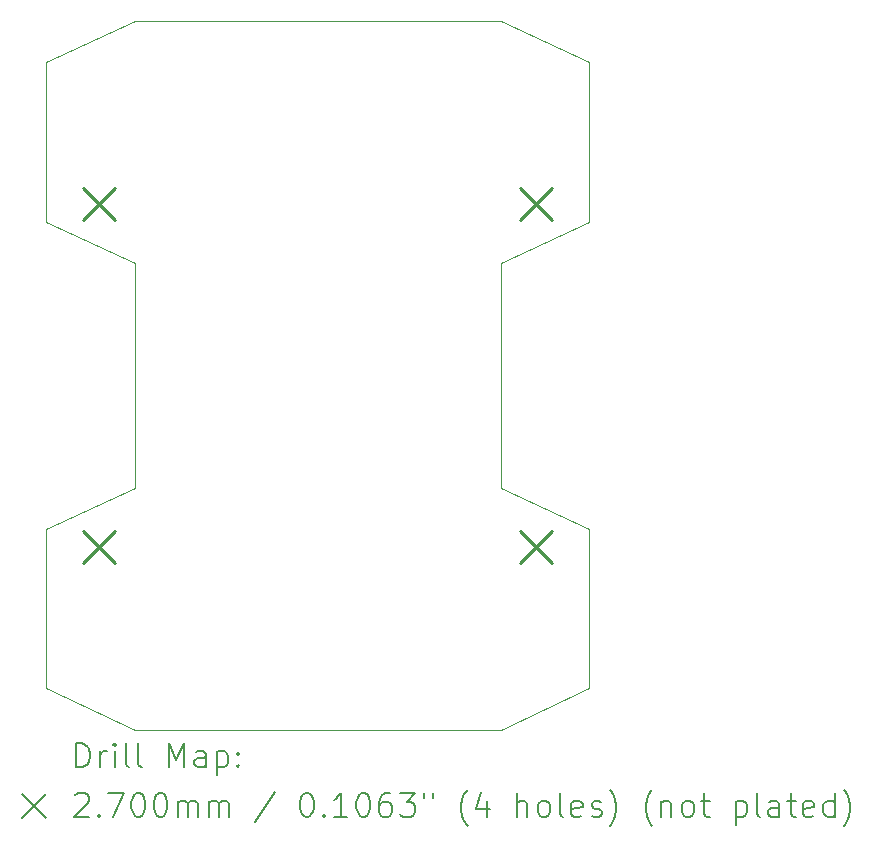
<source format=gbr>
%TF.GenerationSoftware,KiCad,Pcbnew,7.0.8*%
%TF.CreationDate,2024-02-21T14:18:44-03:00*%
%TF.ProjectId,Drone PCB,44726f6e-6520-4504-9342-2e6b69636164,1.0*%
%TF.SameCoordinates,Original*%
%TF.FileFunction,Drillmap*%
%TF.FilePolarity,Positive*%
%FSLAX45Y45*%
G04 Gerber Fmt 4.5, Leading zero omitted, Abs format (unit mm)*
G04 Created by KiCad (PCBNEW 7.0.8) date 2024-02-21 14:18:44*
%MOMM*%
%LPD*%
G01*
G04 APERTURE LIST*
%ADD10C,0.100000*%
%ADD11C,0.200000*%
%ADD12C,0.270000*%
G04 APERTURE END LIST*
D10*
X17056300Y-7050700D02*
X17056300Y-8400700D01*
X12456300Y-7050700D02*
X13206300Y-6700700D01*
X16306300Y-10650700D02*
X17056300Y-11000700D01*
X13206300Y-8750700D02*
X12456300Y-8400700D01*
X17056300Y-7050700D02*
X16306300Y-6700700D01*
X16306300Y-8750700D02*
X17056300Y-8400700D01*
X17056300Y-12350700D02*
X16306300Y-12700700D01*
X17056300Y-11000700D02*
X17056300Y-12350700D01*
X16306300Y-8750700D02*
X16306300Y-10650700D01*
X13206300Y-12700700D02*
X16306300Y-12700700D01*
X13206300Y-10650700D02*
X12456300Y-11000700D01*
X12456300Y-7050700D02*
X12456300Y-8400700D01*
X12456300Y-11000700D02*
X12456300Y-12350700D01*
X12456300Y-12350700D02*
X13206300Y-12700700D01*
X13206300Y-6700700D02*
X16306300Y-6700700D01*
X13206300Y-8750700D02*
X13206300Y-10650700D01*
D11*
D12*
X12771300Y-8115700D02*
X13041300Y-8385700D01*
X13041300Y-8115700D02*
X12771300Y-8385700D01*
X12771300Y-11015700D02*
X13041300Y-11285700D01*
X13041300Y-11015700D02*
X12771300Y-11285700D01*
X16471300Y-8115700D02*
X16741300Y-8385700D01*
X16741300Y-8115700D02*
X16471300Y-8385700D01*
X16471300Y-11015700D02*
X16741300Y-11285700D01*
X16741300Y-11015700D02*
X16471300Y-11285700D01*
D11*
X12712077Y-13017184D02*
X12712077Y-12817184D01*
X12712077Y-12817184D02*
X12759696Y-12817184D01*
X12759696Y-12817184D02*
X12788267Y-12826708D01*
X12788267Y-12826708D02*
X12807315Y-12845755D01*
X12807315Y-12845755D02*
X12816839Y-12864803D01*
X12816839Y-12864803D02*
X12826362Y-12902898D01*
X12826362Y-12902898D02*
X12826362Y-12931469D01*
X12826362Y-12931469D02*
X12816839Y-12969565D01*
X12816839Y-12969565D02*
X12807315Y-12988612D01*
X12807315Y-12988612D02*
X12788267Y-13007660D01*
X12788267Y-13007660D02*
X12759696Y-13017184D01*
X12759696Y-13017184D02*
X12712077Y-13017184D01*
X12912077Y-13017184D02*
X12912077Y-12883850D01*
X12912077Y-12921946D02*
X12921601Y-12902898D01*
X12921601Y-12902898D02*
X12931124Y-12893374D01*
X12931124Y-12893374D02*
X12950172Y-12883850D01*
X12950172Y-12883850D02*
X12969220Y-12883850D01*
X13035886Y-13017184D02*
X13035886Y-12883850D01*
X13035886Y-12817184D02*
X13026362Y-12826708D01*
X13026362Y-12826708D02*
X13035886Y-12836231D01*
X13035886Y-12836231D02*
X13045410Y-12826708D01*
X13045410Y-12826708D02*
X13035886Y-12817184D01*
X13035886Y-12817184D02*
X13035886Y-12836231D01*
X13159696Y-13017184D02*
X13140648Y-13007660D01*
X13140648Y-13007660D02*
X13131124Y-12988612D01*
X13131124Y-12988612D02*
X13131124Y-12817184D01*
X13264458Y-13017184D02*
X13245410Y-13007660D01*
X13245410Y-13007660D02*
X13235886Y-12988612D01*
X13235886Y-12988612D02*
X13235886Y-12817184D01*
X13493029Y-13017184D02*
X13493029Y-12817184D01*
X13493029Y-12817184D02*
X13559696Y-12960041D01*
X13559696Y-12960041D02*
X13626362Y-12817184D01*
X13626362Y-12817184D02*
X13626362Y-13017184D01*
X13807315Y-13017184D02*
X13807315Y-12912422D01*
X13807315Y-12912422D02*
X13797791Y-12893374D01*
X13797791Y-12893374D02*
X13778743Y-12883850D01*
X13778743Y-12883850D02*
X13740648Y-12883850D01*
X13740648Y-12883850D02*
X13721601Y-12893374D01*
X13807315Y-13007660D02*
X13788267Y-13017184D01*
X13788267Y-13017184D02*
X13740648Y-13017184D01*
X13740648Y-13017184D02*
X13721601Y-13007660D01*
X13721601Y-13007660D02*
X13712077Y-12988612D01*
X13712077Y-12988612D02*
X13712077Y-12969565D01*
X13712077Y-12969565D02*
X13721601Y-12950517D01*
X13721601Y-12950517D02*
X13740648Y-12940993D01*
X13740648Y-12940993D02*
X13788267Y-12940993D01*
X13788267Y-12940993D02*
X13807315Y-12931469D01*
X13902553Y-12883850D02*
X13902553Y-13083850D01*
X13902553Y-12893374D02*
X13921601Y-12883850D01*
X13921601Y-12883850D02*
X13959696Y-12883850D01*
X13959696Y-12883850D02*
X13978743Y-12893374D01*
X13978743Y-12893374D02*
X13988267Y-12902898D01*
X13988267Y-12902898D02*
X13997791Y-12921946D01*
X13997791Y-12921946D02*
X13997791Y-12979088D01*
X13997791Y-12979088D02*
X13988267Y-12998136D01*
X13988267Y-12998136D02*
X13978743Y-13007660D01*
X13978743Y-13007660D02*
X13959696Y-13017184D01*
X13959696Y-13017184D02*
X13921601Y-13017184D01*
X13921601Y-13017184D02*
X13902553Y-13007660D01*
X14083505Y-12998136D02*
X14093029Y-13007660D01*
X14093029Y-13007660D02*
X14083505Y-13017184D01*
X14083505Y-13017184D02*
X14073982Y-13007660D01*
X14073982Y-13007660D02*
X14083505Y-12998136D01*
X14083505Y-12998136D02*
X14083505Y-13017184D01*
X14083505Y-12893374D02*
X14093029Y-12902898D01*
X14093029Y-12902898D02*
X14083505Y-12912422D01*
X14083505Y-12912422D02*
X14073982Y-12902898D01*
X14073982Y-12902898D02*
X14083505Y-12893374D01*
X14083505Y-12893374D02*
X14083505Y-12912422D01*
X12251300Y-13245700D02*
X12451300Y-13445700D01*
X12451300Y-13245700D02*
X12251300Y-13445700D01*
X12702553Y-13256231D02*
X12712077Y-13246708D01*
X12712077Y-13246708D02*
X12731124Y-13237184D01*
X12731124Y-13237184D02*
X12778743Y-13237184D01*
X12778743Y-13237184D02*
X12797791Y-13246708D01*
X12797791Y-13246708D02*
X12807315Y-13256231D01*
X12807315Y-13256231D02*
X12816839Y-13275279D01*
X12816839Y-13275279D02*
X12816839Y-13294327D01*
X12816839Y-13294327D02*
X12807315Y-13322898D01*
X12807315Y-13322898D02*
X12693029Y-13437184D01*
X12693029Y-13437184D02*
X12816839Y-13437184D01*
X12902553Y-13418136D02*
X12912077Y-13427660D01*
X12912077Y-13427660D02*
X12902553Y-13437184D01*
X12902553Y-13437184D02*
X12893029Y-13427660D01*
X12893029Y-13427660D02*
X12902553Y-13418136D01*
X12902553Y-13418136D02*
X12902553Y-13437184D01*
X12978743Y-13237184D02*
X13112077Y-13237184D01*
X13112077Y-13237184D02*
X13026362Y-13437184D01*
X13226362Y-13237184D02*
X13245410Y-13237184D01*
X13245410Y-13237184D02*
X13264458Y-13246708D01*
X13264458Y-13246708D02*
X13273982Y-13256231D01*
X13273982Y-13256231D02*
X13283505Y-13275279D01*
X13283505Y-13275279D02*
X13293029Y-13313374D01*
X13293029Y-13313374D02*
X13293029Y-13360993D01*
X13293029Y-13360993D02*
X13283505Y-13399088D01*
X13283505Y-13399088D02*
X13273982Y-13418136D01*
X13273982Y-13418136D02*
X13264458Y-13427660D01*
X13264458Y-13427660D02*
X13245410Y-13437184D01*
X13245410Y-13437184D02*
X13226362Y-13437184D01*
X13226362Y-13437184D02*
X13207315Y-13427660D01*
X13207315Y-13427660D02*
X13197791Y-13418136D01*
X13197791Y-13418136D02*
X13188267Y-13399088D01*
X13188267Y-13399088D02*
X13178743Y-13360993D01*
X13178743Y-13360993D02*
X13178743Y-13313374D01*
X13178743Y-13313374D02*
X13188267Y-13275279D01*
X13188267Y-13275279D02*
X13197791Y-13256231D01*
X13197791Y-13256231D02*
X13207315Y-13246708D01*
X13207315Y-13246708D02*
X13226362Y-13237184D01*
X13416839Y-13237184D02*
X13435886Y-13237184D01*
X13435886Y-13237184D02*
X13454934Y-13246708D01*
X13454934Y-13246708D02*
X13464458Y-13256231D01*
X13464458Y-13256231D02*
X13473982Y-13275279D01*
X13473982Y-13275279D02*
X13483505Y-13313374D01*
X13483505Y-13313374D02*
X13483505Y-13360993D01*
X13483505Y-13360993D02*
X13473982Y-13399088D01*
X13473982Y-13399088D02*
X13464458Y-13418136D01*
X13464458Y-13418136D02*
X13454934Y-13427660D01*
X13454934Y-13427660D02*
X13435886Y-13437184D01*
X13435886Y-13437184D02*
X13416839Y-13437184D01*
X13416839Y-13437184D02*
X13397791Y-13427660D01*
X13397791Y-13427660D02*
X13388267Y-13418136D01*
X13388267Y-13418136D02*
X13378743Y-13399088D01*
X13378743Y-13399088D02*
X13369220Y-13360993D01*
X13369220Y-13360993D02*
X13369220Y-13313374D01*
X13369220Y-13313374D02*
X13378743Y-13275279D01*
X13378743Y-13275279D02*
X13388267Y-13256231D01*
X13388267Y-13256231D02*
X13397791Y-13246708D01*
X13397791Y-13246708D02*
X13416839Y-13237184D01*
X13569220Y-13437184D02*
X13569220Y-13303850D01*
X13569220Y-13322898D02*
X13578743Y-13313374D01*
X13578743Y-13313374D02*
X13597791Y-13303850D01*
X13597791Y-13303850D02*
X13626363Y-13303850D01*
X13626363Y-13303850D02*
X13645410Y-13313374D01*
X13645410Y-13313374D02*
X13654934Y-13332422D01*
X13654934Y-13332422D02*
X13654934Y-13437184D01*
X13654934Y-13332422D02*
X13664458Y-13313374D01*
X13664458Y-13313374D02*
X13683505Y-13303850D01*
X13683505Y-13303850D02*
X13712077Y-13303850D01*
X13712077Y-13303850D02*
X13731124Y-13313374D01*
X13731124Y-13313374D02*
X13740648Y-13332422D01*
X13740648Y-13332422D02*
X13740648Y-13437184D01*
X13835886Y-13437184D02*
X13835886Y-13303850D01*
X13835886Y-13322898D02*
X13845410Y-13313374D01*
X13845410Y-13313374D02*
X13864458Y-13303850D01*
X13864458Y-13303850D02*
X13893029Y-13303850D01*
X13893029Y-13303850D02*
X13912077Y-13313374D01*
X13912077Y-13313374D02*
X13921601Y-13332422D01*
X13921601Y-13332422D02*
X13921601Y-13437184D01*
X13921601Y-13332422D02*
X13931124Y-13313374D01*
X13931124Y-13313374D02*
X13950172Y-13303850D01*
X13950172Y-13303850D02*
X13978743Y-13303850D01*
X13978743Y-13303850D02*
X13997791Y-13313374D01*
X13997791Y-13313374D02*
X14007315Y-13332422D01*
X14007315Y-13332422D02*
X14007315Y-13437184D01*
X14397791Y-13227660D02*
X14226363Y-13484803D01*
X14654934Y-13237184D02*
X14673982Y-13237184D01*
X14673982Y-13237184D02*
X14693029Y-13246708D01*
X14693029Y-13246708D02*
X14702553Y-13256231D01*
X14702553Y-13256231D02*
X14712077Y-13275279D01*
X14712077Y-13275279D02*
X14721601Y-13313374D01*
X14721601Y-13313374D02*
X14721601Y-13360993D01*
X14721601Y-13360993D02*
X14712077Y-13399088D01*
X14712077Y-13399088D02*
X14702553Y-13418136D01*
X14702553Y-13418136D02*
X14693029Y-13427660D01*
X14693029Y-13427660D02*
X14673982Y-13437184D01*
X14673982Y-13437184D02*
X14654934Y-13437184D01*
X14654934Y-13437184D02*
X14635886Y-13427660D01*
X14635886Y-13427660D02*
X14626363Y-13418136D01*
X14626363Y-13418136D02*
X14616839Y-13399088D01*
X14616839Y-13399088D02*
X14607315Y-13360993D01*
X14607315Y-13360993D02*
X14607315Y-13313374D01*
X14607315Y-13313374D02*
X14616839Y-13275279D01*
X14616839Y-13275279D02*
X14626363Y-13256231D01*
X14626363Y-13256231D02*
X14635886Y-13246708D01*
X14635886Y-13246708D02*
X14654934Y-13237184D01*
X14807315Y-13418136D02*
X14816839Y-13427660D01*
X14816839Y-13427660D02*
X14807315Y-13437184D01*
X14807315Y-13437184D02*
X14797791Y-13427660D01*
X14797791Y-13427660D02*
X14807315Y-13418136D01*
X14807315Y-13418136D02*
X14807315Y-13437184D01*
X15007315Y-13437184D02*
X14893029Y-13437184D01*
X14950172Y-13437184D02*
X14950172Y-13237184D01*
X14950172Y-13237184D02*
X14931125Y-13265755D01*
X14931125Y-13265755D02*
X14912077Y-13284803D01*
X14912077Y-13284803D02*
X14893029Y-13294327D01*
X15131125Y-13237184D02*
X15150172Y-13237184D01*
X15150172Y-13237184D02*
X15169220Y-13246708D01*
X15169220Y-13246708D02*
X15178744Y-13256231D01*
X15178744Y-13256231D02*
X15188267Y-13275279D01*
X15188267Y-13275279D02*
X15197791Y-13313374D01*
X15197791Y-13313374D02*
X15197791Y-13360993D01*
X15197791Y-13360993D02*
X15188267Y-13399088D01*
X15188267Y-13399088D02*
X15178744Y-13418136D01*
X15178744Y-13418136D02*
X15169220Y-13427660D01*
X15169220Y-13427660D02*
X15150172Y-13437184D01*
X15150172Y-13437184D02*
X15131125Y-13437184D01*
X15131125Y-13437184D02*
X15112077Y-13427660D01*
X15112077Y-13427660D02*
X15102553Y-13418136D01*
X15102553Y-13418136D02*
X15093029Y-13399088D01*
X15093029Y-13399088D02*
X15083506Y-13360993D01*
X15083506Y-13360993D02*
X15083506Y-13313374D01*
X15083506Y-13313374D02*
X15093029Y-13275279D01*
X15093029Y-13275279D02*
X15102553Y-13256231D01*
X15102553Y-13256231D02*
X15112077Y-13246708D01*
X15112077Y-13246708D02*
X15131125Y-13237184D01*
X15369220Y-13237184D02*
X15331125Y-13237184D01*
X15331125Y-13237184D02*
X15312077Y-13246708D01*
X15312077Y-13246708D02*
X15302553Y-13256231D01*
X15302553Y-13256231D02*
X15283506Y-13284803D01*
X15283506Y-13284803D02*
X15273982Y-13322898D01*
X15273982Y-13322898D02*
X15273982Y-13399088D01*
X15273982Y-13399088D02*
X15283506Y-13418136D01*
X15283506Y-13418136D02*
X15293029Y-13427660D01*
X15293029Y-13427660D02*
X15312077Y-13437184D01*
X15312077Y-13437184D02*
X15350172Y-13437184D01*
X15350172Y-13437184D02*
X15369220Y-13427660D01*
X15369220Y-13427660D02*
X15378744Y-13418136D01*
X15378744Y-13418136D02*
X15388267Y-13399088D01*
X15388267Y-13399088D02*
X15388267Y-13351469D01*
X15388267Y-13351469D02*
X15378744Y-13332422D01*
X15378744Y-13332422D02*
X15369220Y-13322898D01*
X15369220Y-13322898D02*
X15350172Y-13313374D01*
X15350172Y-13313374D02*
X15312077Y-13313374D01*
X15312077Y-13313374D02*
X15293029Y-13322898D01*
X15293029Y-13322898D02*
X15283506Y-13332422D01*
X15283506Y-13332422D02*
X15273982Y-13351469D01*
X15454934Y-13237184D02*
X15578744Y-13237184D01*
X15578744Y-13237184D02*
X15512077Y-13313374D01*
X15512077Y-13313374D02*
X15540648Y-13313374D01*
X15540648Y-13313374D02*
X15559696Y-13322898D01*
X15559696Y-13322898D02*
X15569220Y-13332422D01*
X15569220Y-13332422D02*
X15578744Y-13351469D01*
X15578744Y-13351469D02*
X15578744Y-13399088D01*
X15578744Y-13399088D02*
X15569220Y-13418136D01*
X15569220Y-13418136D02*
X15559696Y-13427660D01*
X15559696Y-13427660D02*
X15540648Y-13437184D01*
X15540648Y-13437184D02*
X15483506Y-13437184D01*
X15483506Y-13437184D02*
X15464458Y-13427660D01*
X15464458Y-13427660D02*
X15454934Y-13418136D01*
X15654934Y-13237184D02*
X15654934Y-13275279D01*
X15731125Y-13237184D02*
X15731125Y-13275279D01*
X16026363Y-13513374D02*
X16016839Y-13503850D01*
X16016839Y-13503850D02*
X15997791Y-13475279D01*
X15997791Y-13475279D02*
X15988268Y-13456231D01*
X15988268Y-13456231D02*
X15978744Y-13427660D01*
X15978744Y-13427660D02*
X15969220Y-13380041D01*
X15969220Y-13380041D02*
X15969220Y-13341946D01*
X15969220Y-13341946D02*
X15978744Y-13294327D01*
X15978744Y-13294327D02*
X15988268Y-13265755D01*
X15988268Y-13265755D02*
X15997791Y-13246708D01*
X15997791Y-13246708D02*
X16016839Y-13218136D01*
X16016839Y-13218136D02*
X16026363Y-13208612D01*
X16188268Y-13303850D02*
X16188268Y-13437184D01*
X16140648Y-13227660D02*
X16093029Y-13370517D01*
X16093029Y-13370517D02*
X16216839Y-13370517D01*
X16445410Y-13437184D02*
X16445410Y-13237184D01*
X16531125Y-13437184D02*
X16531125Y-13332422D01*
X16531125Y-13332422D02*
X16521601Y-13313374D01*
X16521601Y-13313374D02*
X16502553Y-13303850D01*
X16502553Y-13303850D02*
X16473982Y-13303850D01*
X16473982Y-13303850D02*
X16454934Y-13313374D01*
X16454934Y-13313374D02*
X16445410Y-13322898D01*
X16654934Y-13437184D02*
X16635887Y-13427660D01*
X16635887Y-13427660D02*
X16626363Y-13418136D01*
X16626363Y-13418136D02*
X16616839Y-13399088D01*
X16616839Y-13399088D02*
X16616839Y-13341946D01*
X16616839Y-13341946D02*
X16626363Y-13322898D01*
X16626363Y-13322898D02*
X16635887Y-13313374D01*
X16635887Y-13313374D02*
X16654934Y-13303850D01*
X16654934Y-13303850D02*
X16683506Y-13303850D01*
X16683506Y-13303850D02*
X16702553Y-13313374D01*
X16702553Y-13313374D02*
X16712077Y-13322898D01*
X16712077Y-13322898D02*
X16721601Y-13341946D01*
X16721601Y-13341946D02*
X16721601Y-13399088D01*
X16721601Y-13399088D02*
X16712077Y-13418136D01*
X16712077Y-13418136D02*
X16702553Y-13427660D01*
X16702553Y-13427660D02*
X16683506Y-13437184D01*
X16683506Y-13437184D02*
X16654934Y-13437184D01*
X16835887Y-13437184D02*
X16816839Y-13427660D01*
X16816839Y-13427660D02*
X16807315Y-13408612D01*
X16807315Y-13408612D02*
X16807315Y-13237184D01*
X16988268Y-13427660D02*
X16969220Y-13437184D01*
X16969220Y-13437184D02*
X16931125Y-13437184D01*
X16931125Y-13437184D02*
X16912077Y-13427660D01*
X16912077Y-13427660D02*
X16902553Y-13408612D01*
X16902553Y-13408612D02*
X16902553Y-13332422D01*
X16902553Y-13332422D02*
X16912077Y-13313374D01*
X16912077Y-13313374D02*
X16931125Y-13303850D01*
X16931125Y-13303850D02*
X16969220Y-13303850D01*
X16969220Y-13303850D02*
X16988268Y-13313374D01*
X16988268Y-13313374D02*
X16997792Y-13332422D01*
X16997792Y-13332422D02*
X16997792Y-13351469D01*
X16997792Y-13351469D02*
X16902553Y-13370517D01*
X17073982Y-13427660D02*
X17093030Y-13437184D01*
X17093030Y-13437184D02*
X17131125Y-13437184D01*
X17131125Y-13437184D02*
X17150173Y-13427660D01*
X17150173Y-13427660D02*
X17159696Y-13408612D01*
X17159696Y-13408612D02*
X17159696Y-13399088D01*
X17159696Y-13399088D02*
X17150173Y-13380041D01*
X17150173Y-13380041D02*
X17131125Y-13370517D01*
X17131125Y-13370517D02*
X17102553Y-13370517D01*
X17102553Y-13370517D02*
X17083506Y-13360993D01*
X17083506Y-13360993D02*
X17073982Y-13341946D01*
X17073982Y-13341946D02*
X17073982Y-13332422D01*
X17073982Y-13332422D02*
X17083506Y-13313374D01*
X17083506Y-13313374D02*
X17102553Y-13303850D01*
X17102553Y-13303850D02*
X17131125Y-13303850D01*
X17131125Y-13303850D02*
X17150173Y-13313374D01*
X17226363Y-13513374D02*
X17235887Y-13503850D01*
X17235887Y-13503850D02*
X17254934Y-13475279D01*
X17254934Y-13475279D02*
X17264458Y-13456231D01*
X17264458Y-13456231D02*
X17273982Y-13427660D01*
X17273982Y-13427660D02*
X17283506Y-13380041D01*
X17283506Y-13380041D02*
X17283506Y-13341946D01*
X17283506Y-13341946D02*
X17273982Y-13294327D01*
X17273982Y-13294327D02*
X17264458Y-13265755D01*
X17264458Y-13265755D02*
X17254934Y-13246708D01*
X17254934Y-13246708D02*
X17235887Y-13218136D01*
X17235887Y-13218136D02*
X17226363Y-13208612D01*
X17588268Y-13513374D02*
X17578744Y-13503850D01*
X17578744Y-13503850D02*
X17559696Y-13475279D01*
X17559696Y-13475279D02*
X17550173Y-13456231D01*
X17550173Y-13456231D02*
X17540649Y-13427660D01*
X17540649Y-13427660D02*
X17531125Y-13380041D01*
X17531125Y-13380041D02*
X17531125Y-13341946D01*
X17531125Y-13341946D02*
X17540649Y-13294327D01*
X17540649Y-13294327D02*
X17550173Y-13265755D01*
X17550173Y-13265755D02*
X17559696Y-13246708D01*
X17559696Y-13246708D02*
X17578744Y-13218136D01*
X17578744Y-13218136D02*
X17588268Y-13208612D01*
X17664458Y-13303850D02*
X17664458Y-13437184D01*
X17664458Y-13322898D02*
X17673982Y-13313374D01*
X17673982Y-13313374D02*
X17693030Y-13303850D01*
X17693030Y-13303850D02*
X17721601Y-13303850D01*
X17721601Y-13303850D02*
X17740649Y-13313374D01*
X17740649Y-13313374D02*
X17750173Y-13332422D01*
X17750173Y-13332422D02*
X17750173Y-13437184D01*
X17873982Y-13437184D02*
X17854934Y-13427660D01*
X17854934Y-13427660D02*
X17845411Y-13418136D01*
X17845411Y-13418136D02*
X17835887Y-13399088D01*
X17835887Y-13399088D02*
X17835887Y-13341946D01*
X17835887Y-13341946D02*
X17845411Y-13322898D01*
X17845411Y-13322898D02*
X17854934Y-13313374D01*
X17854934Y-13313374D02*
X17873982Y-13303850D01*
X17873982Y-13303850D02*
X17902554Y-13303850D01*
X17902554Y-13303850D02*
X17921601Y-13313374D01*
X17921601Y-13313374D02*
X17931125Y-13322898D01*
X17931125Y-13322898D02*
X17940649Y-13341946D01*
X17940649Y-13341946D02*
X17940649Y-13399088D01*
X17940649Y-13399088D02*
X17931125Y-13418136D01*
X17931125Y-13418136D02*
X17921601Y-13427660D01*
X17921601Y-13427660D02*
X17902554Y-13437184D01*
X17902554Y-13437184D02*
X17873982Y-13437184D01*
X17997792Y-13303850D02*
X18073982Y-13303850D01*
X18026363Y-13237184D02*
X18026363Y-13408612D01*
X18026363Y-13408612D02*
X18035887Y-13427660D01*
X18035887Y-13427660D02*
X18054934Y-13437184D01*
X18054934Y-13437184D02*
X18073982Y-13437184D01*
X18293030Y-13303850D02*
X18293030Y-13503850D01*
X18293030Y-13313374D02*
X18312077Y-13303850D01*
X18312077Y-13303850D02*
X18350173Y-13303850D01*
X18350173Y-13303850D02*
X18369220Y-13313374D01*
X18369220Y-13313374D02*
X18378744Y-13322898D01*
X18378744Y-13322898D02*
X18388268Y-13341946D01*
X18388268Y-13341946D02*
X18388268Y-13399088D01*
X18388268Y-13399088D02*
X18378744Y-13418136D01*
X18378744Y-13418136D02*
X18369220Y-13427660D01*
X18369220Y-13427660D02*
X18350173Y-13437184D01*
X18350173Y-13437184D02*
X18312077Y-13437184D01*
X18312077Y-13437184D02*
X18293030Y-13427660D01*
X18502554Y-13437184D02*
X18483506Y-13427660D01*
X18483506Y-13427660D02*
X18473982Y-13408612D01*
X18473982Y-13408612D02*
X18473982Y-13237184D01*
X18664458Y-13437184D02*
X18664458Y-13332422D01*
X18664458Y-13332422D02*
X18654935Y-13313374D01*
X18654935Y-13313374D02*
X18635887Y-13303850D01*
X18635887Y-13303850D02*
X18597792Y-13303850D01*
X18597792Y-13303850D02*
X18578744Y-13313374D01*
X18664458Y-13427660D02*
X18645411Y-13437184D01*
X18645411Y-13437184D02*
X18597792Y-13437184D01*
X18597792Y-13437184D02*
X18578744Y-13427660D01*
X18578744Y-13427660D02*
X18569220Y-13408612D01*
X18569220Y-13408612D02*
X18569220Y-13389565D01*
X18569220Y-13389565D02*
X18578744Y-13370517D01*
X18578744Y-13370517D02*
X18597792Y-13360993D01*
X18597792Y-13360993D02*
X18645411Y-13360993D01*
X18645411Y-13360993D02*
X18664458Y-13351469D01*
X18731125Y-13303850D02*
X18807315Y-13303850D01*
X18759696Y-13237184D02*
X18759696Y-13408612D01*
X18759696Y-13408612D02*
X18769220Y-13427660D01*
X18769220Y-13427660D02*
X18788268Y-13437184D01*
X18788268Y-13437184D02*
X18807315Y-13437184D01*
X18950173Y-13427660D02*
X18931125Y-13437184D01*
X18931125Y-13437184D02*
X18893030Y-13437184D01*
X18893030Y-13437184D02*
X18873982Y-13427660D01*
X18873982Y-13427660D02*
X18864458Y-13408612D01*
X18864458Y-13408612D02*
X18864458Y-13332422D01*
X18864458Y-13332422D02*
X18873982Y-13313374D01*
X18873982Y-13313374D02*
X18893030Y-13303850D01*
X18893030Y-13303850D02*
X18931125Y-13303850D01*
X18931125Y-13303850D02*
X18950173Y-13313374D01*
X18950173Y-13313374D02*
X18959696Y-13332422D01*
X18959696Y-13332422D02*
X18959696Y-13351469D01*
X18959696Y-13351469D02*
X18864458Y-13370517D01*
X19131125Y-13437184D02*
X19131125Y-13237184D01*
X19131125Y-13427660D02*
X19112077Y-13437184D01*
X19112077Y-13437184D02*
X19073982Y-13437184D01*
X19073982Y-13437184D02*
X19054935Y-13427660D01*
X19054935Y-13427660D02*
X19045411Y-13418136D01*
X19045411Y-13418136D02*
X19035887Y-13399088D01*
X19035887Y-13399088D02*
X19035887Y-13341946D01*
X19035887Y-13341946D02*
X19045411Y-13322898D01*
X19045411Y-13322898D02*
X19054935Y-13313374D01*
X19054935Y-13313374D02*
X19073982Y-13303850D01*
X19073982Y-13303850D02*
X19112077Y-13303850D01*
X19112077Y-13303850D02*
X19131125Y-13313374D01*
X19207316Y-13513374D02*
X19216839Y-13503850D01*
X19216839Y-13503850D02*
X19235887Y-13475279D01*
X19235887Y-13475279D02*
X19245411Y-13456231D01*
X19245411Y-13456231D02*
X19254935Y-13427660D01*
X19254935Y-13427660D02*
X19264458Y-13380041D01*
X19264458Y-13380041D02*
X19264458Y-13341946D01*
X19264458Y-13341946D02*
X19254935Y-13294327D01*
X19254935Y-13294327D02*
X19245411Y-13265755D01*
X19245411Y-13265755D02*
X19235887Y-13246708D01*
X19235887Y-13246708D02*
X19216839Y-13218136D01*
X19216839Y-13218136D02*
X19207316Y-13208612D01*
M02*

</source>
